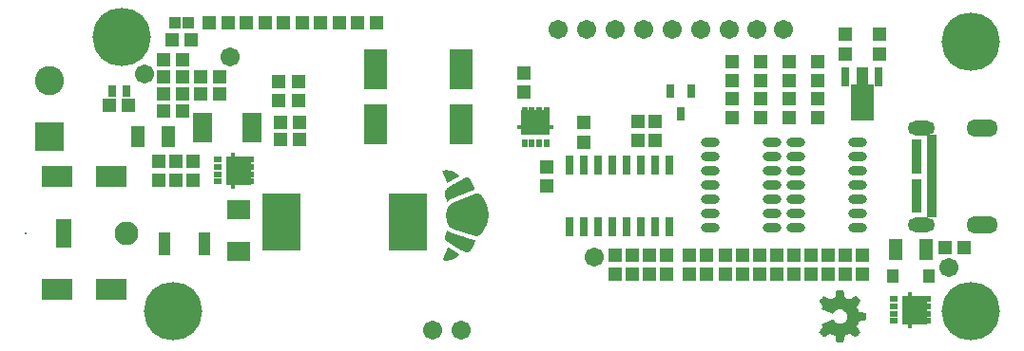
<source format=gts>
G04*
G04 #@! TF.GenerationSoftware,Altium Limited,Altium Designer,20.1.14 (287)*
G04*
G04 Layer_Color=8388736*
%FSLAX25Y25*%
%MOIN*%
G70*
G04*
G04 #@! TF.SameCoordinates,5CC0788B-ACE4-4DC4-998A-98AA571F8A3E*
G04*
G04*
G04 #@! TF.FilePolarity,Negative*
G04*
G01*
G75*
%ADD45R,0.13595X0.20485*%
%ADD46R,0.04737X0.05131*%
%ADD47R,0.03162X0.03950*%
%ADD48R,0.03162X0.02178*%
%ADD49R,0.01981X0.02178*%
%ADD50R,0.08595X0.10446*%
%ADD51R,0.01693X0.12638*%
%ADD52R,0.04147X0.04934*%
%ADD53R,0.05131X0.07493*%
%ADD54R,0.05131X0.04737*%
%ADD55R,0.03950X0.04343*%
%ADD56R,0.02965X0.06607*%
%ADD57R,0.03950X0.06607*%
%ADD58R,0.08083X0.13103*%
%ADD59R,0.04343X0.07887*%
%ADD60R,0.08083X0.14186*%
%ADD61R,0.03162X0.06706*%
%ADD62O,0.06509X0.03162*%
%ADD63R,0.07887X0.07099*%
%ADD64R,0.07887X0.07099*%
%ADD65R,0.06509X0.02572*%
%ADD66R,0.12638X0.01693*%
%ADD67R,0.10446X0.08595*%
%ADD68R,0.02178X0.01981*%
%ADD69R,0.02178X0.03162*%
%ADD70R,0.03556X0.01981*%
%ADD71R,0.03556X0.04737*%
%ADD72R,0.02769X0.04540*%
%ADD73C,0.06706*%
%ADD74C,0.20485*%
%ADD75C,0.10249*%
%ADD76R,0.10249X0.10249*%
%ADD77C,0.08280*%
%ADD78R,0.10642X0.07493*%
%ADD79C,0.00800*%
%ADD80R,0.05524X0.10249*%
%ADD81O,0.09461X0.05131*%
%ADD82O,0.11036X0.05918*%
G36*
X159189Y61108D02*
X159804D01*
Y61040D01*
X160077D01*
Y60972D01*
X160418D01*
Y60904D01*
X160623D01*
Y60835D01*
X160828D01*
Y60767D01*
X161032D01*
Y60699D01*
X161169D01*
Y60631D01*
X161305D01*
Y60562D01*
X161442D01*
Y60494D01*
X161578D01*
Y60426D01*
X161715D01*
Y60357D01*
X161851D01*
Y60289D01*
X161988D01*
Y60221D01*
X162056D01*
Y60153D01*
X162193D01*
Y60084D01*
X162261D01*
Y60016D01*
X162329D01*
Y59948D01*
X162466D01*
Y59880D01*
X162534D01*
Y59812D01*
X162602D01*
Y59743D01*
X162671D01*
Y59675D01*
X162739D01*
Y59607D01*
X162875D01*
Y59539D01*
X162943D01*
Y59470D01*
X163012D01*
Y59402D01*
X163080D01*
Y59265D01*
X163216D01*
Y59129D01*
X163285D01*
Y59061D01*
X163353D01*
Y58992D01*
X163216D01*
Y58924D01*
X163080D01*
Y58856D01*
X163012D01*
Y58788D01*
X162875D01*
Y58719D01*
X162739D01*
Y58651D01*
X162602D01*
Y58583D01*
X162466D01*
Y58515D01*
X162329D01*
Y58446D01*
X162261D01*
Y58378D01*
X162124D01*
Y58310D01*
X161988D01*
Y58242D01*
X161851D01*
Y58173D01*
X161715D01*
Y58105D01*
X161647D01*
Y58037D01*
X161510D01*
Y57969D01*
X161374D01*
Y57900D01*
X161237D01*
Y57832D01*
X161101D01*
Y57764D01*
X160964D01*
Y57696D01*
X160896D01*
Y57627D01*
X160759D01*
Y57559D01*
X160623D01*
Y57491D01*
X160486D01*
Y57423D01*
X160350D01*
Y57354D01*
X160213D01*
Y57286D01*
X160145D01*
Y57218D01*
X160009D01*
Y57149D01*
X159872D01*
Y57081D01*
X159736D01*
Y57013D01*
X159599D01*
Y56945D01*
X159531D01*
Y56876D01*
X159394D01*
Y56808D01*
X159258D01*
Y56740D01*
X159121D01*
Y56672D01*
X159053D01*
Y56808D01*
X158985D01*
Y56945D01*
X158916D01*
Y57149D01*
X158848D01*
Y57286D01*
X158780D01*
Y57423D01*
X158712D01*
Y57627D01*
X158643D01*
Y57764D01*
X158575D01*
Y57969D01*
X158507D01*
Y58105D01*
X158439D01*
Y58242D01*
X158370D01*
Y58446D01*
X158302D01*
Y58583D01*
X158234D01*
Y58719D01*
X158166D01*
Y58924D01*
X158097D01*
Y59061D01*
X158029D01*
Y59197D01*
X157961D01*
Y59402D01*
X157893D01*
Y59539D01*
X157824D01*
Y59743D01*
X157756D01*
Y59880D01*
X157688D01*
Y60084D01*
X157620D01*
Y60289D01*
X157551D01*
Y60494D01*
X157483D01*
Y60767D01*
X157415D01*
Y60972D01*
X157551D01*
Y61040D01*
X157756D01*
Y61108D01*
X158234D01*
Y61177D01*
X159189D01*
Y61108D01*
D02*
G37*
G36*
X166288Y58583D02*
X166425D01*
Y58515D01*
X166561D01*
Y58446D01*
X166629D01*
Y58378D01*
X166698D01*
Y58310D01*
X166766D01*
Y58242D01*
X166834D01*
Y58173D01*
X166902D01*
Y58105D01*
X166971D01*
Y57969D01*
X167039D01*
Y57900D01*
X167107D01*
Y57764D01*
X167175D01*
Y57696D01*
X167244D01*
Y57559D01*
X167312D01*
Y57423D01*
X167380D01*
Y57354D01*
X167448D01*
Y57218D01*
X167517D01*
Y57081D01*
X167585D01*
Y56945D01*
X167653D01*
Y56808D01*
X167721D01*
Y56740D01*
X167790D01*
Y56535D01*
X167858D01*
Y56399D01*
X167926D01*
Y56262D01*
X167994D01*
Y56126D01*
X168063D01*
Y55989D01*
X168131D01*
Y55784D01*
X168199D01*
Y55716D01*
X168268D01*
Y55511D01*
X168336D01*
Y55375D01*
X168404D01*
Y55170D01*
X168472D01*
Y55034D01*
X168541D01*
Y54897D01*
X168609D01*
Y54692D01*
X168677D01*
Y54556D01*
X168745D01*
Y54351D01*
X168609D01*
Y54283D01*
X168404D01*
Y54215D01*
X168199D01*
Y54146D01*
X167994D01*
Y54078D01*
X167790D01*
Y54010D01*
X167653D01*
Y53941D01*
X167448D01*
Y53873D01*
X167312D01*
Y53805D01*
X167107D01*
Y53737D01*
X166971D01*
Y53668D01*
X166766D01*
Y53600D01*
X166629D01*
Y53532D01*
X166425D01*
Y53464D01*
X166288D01*
Y53395D01*
X166083D01*
Y53327D01*
X165947D01*
Y53259D01*
X165742D01*
Y53191D01*
X165605D01*
Y53122D01*
X165469D01*
Y53054D01*
X165264D01*
Y52986D01*
X165059D01*
Y52918D01*
X164923D01*
Y52849D01*
X164786D01*
Y52781D01*
X164582D01*
Y52713D01*
X164445D01*
Y52645D01*
X164240D01*
Y52576D01*
X164104D01*
Y52508D01*
X163899D01*
Y52440D01*
X163763D01*
Y52372D01*
X163558D01*
Y52303D01*
X163421D01*
Y52235D01*
X163216D01*
Y52167D01*
X163080D01*
Y52099D01*
X162875D01*
Y52030D01*
X162739D01*
Y51962D01*
X162534D01*
Y51894D01*
X162398D01*
Y51825D01*
X162193D01*
Y51757D01*
X162056D01*
Y51689D01*
X161851D01*
Y51621D01*
X161715D01*
Y51552D01*
X161510D01*
Y51484D01*
X161374D01*
Y51416D01*
X161237D01*
Y51348D01*
X161032D01*
Y51279D01*
X160896D01*
Y51211D01*
X160759D01*
Y51143D01*
X160623D01*
Y51075D01*
X160486D01*
Y51006D01*
X160350D01*
Y50938D01*
X160213D01*
Y50870D01*
X160077D01*
Y50802D01*
X159940D01*
Y50733D01*
X159872D01*
Y50665D01*
X159736D01*
Y50597D01*
X159667D01*
Y50529D01*
X159531D01*
Y50460D01*
X159462D01*
Y50392D01*
X159394D01*
Y50324D01*
X159326D01*
Y50256D01*
X159189D01*
Y50187D01*
X159121D01*
Y50119D01*
X159053D01*
Y50187D01*
X158985D01*
Y50324D01*
X158916D01*
Y50529D01*
X158848D01*
Y50665D01*
X158780D01*
Y50870D01*
X158712D01*
Y51006D01*
X158643D01*
Y51211D01*
X158575D01*
Y51416D01*
X158507D01*
Y51552D01*
X158439D01*
Y51825D01*
X158370D01*
Y52030D01*
X158302D01*
Y52303D01*
X158234D01*
Y52645D01*
X158166D01*
Y53600D01*
X158234D01*
Y53805D01*
X158302D01*
Y53941D01*
X158370D01*
Y54078D01*
X158439D01*
Y54146D01*
X158507D01*
Y54283D01*
X158575D01*
Y54351D01*
X158643D01*
Y54419D01*
X158712D01*
Y54488D01*
X158780D01*
Y54556D01*
X158848D01*
Y54624D01*
X158916D01*
Y54692D01*
X158985D01*
Y54760D01*
X159053D01*
Y54829D01*
X159121D01*
Y54897D01*
X159189D01*
Y54965D01*
X159258D01*
Y55034D01*
X159394D01*
Y55102D01*
X159462D01*
Y55170D01*
X159531D01*
Y55238D01*
X159599D01*
Y55307D01*
X159736D01*
Y55375D01*
X159804D01*
Y55443D01*
X159872D01*
Y55511D01*
X160009D01*
Y55580D01*
X160145D01*
Y55648D01*
X160282D01*
Y55716D01*
X160418D01*
Y55784D01*
X160486D01*
Y55853D01*
X160623D01*
Y55921D01*
X160759D01*
Y55989D01*
X160896D01*
Y56057D01*
X161032D01*
Y56126D01*
X161101D01*
Y56194D01*
X161237D01*
Y56262D01*
X161374D01*
Y56330D01*
X161510D01*
Y56399D01*
X161647D01*
Y56467D01*
X161783D01*
Y56535D01*
X161920D01*
Y56603D01*
X161988D01*
Y56672D01*
X162124D01*
Y56740D01*
X162261D01*
Y56808D01*
X162398D01*
Y56876D01*
X162534D01*
Y56945D01*
X162602D01*
Y57013D01*
X162739D01*
Y57081D01*
X162875D01*
Y57149D01*
X163012D01*
Y57218D01*
X163148D01*
Y57286D01*
X163216D01*
Y57354D01*
X163353D01*
Y57423D01*
X163490D01*
Y57491D01*
X163626D01*
Y57559D01*
X163763D01*
Y57627D01*
X163899D01*
Y57696D01*
X164036D01*
Y57764D01*
X164104D01*
Y57832D01*
X164240D01*
Y57900D01*
X164377D01*
Y57969D01*
X164513D01*
Y58037D01*
X164650D01*
Y58105D01*
X164718D01*
Y58173D01*
X164855D01*
Y58242D01*
X164991D01*
Y58310D01*
X165128D01*
Y58378D01*
X165264D01*
Y58446D01*
X165401D01*
Y58515D01*
X165605D01*
Y58583D01*
X165742D01*
Y58651D01*
X166288D01*
Y58583D01*
D02*
G37*
G36*
X169974Y52918D02*
X170179D01*
Y52849D01*
X170315D01*
Y52781D01*
X170452D01*
Y52713D01*
X170520D01*
Y52645D01*
X170656D01*
Y52576D01*
X170725D01*
Y52508D01*
X170793D01*
Y52440D01*
X170861D01*
Y52372D01*
X170930D01*
Y52303D01*
X170998D01*
Y52235D01*
X171066D01*
Y52167D01*
X171134D01*
Y52099D01*
X171203D01*
Y52030D01*
X171271D01*
Y51962D01*
X171339D01*
Y51825D01*
X171407D01*
Y51757D01*
X171476D01*
Y51689D01*
X171544D01*
Y51552D01*
X171612D01*
Y51484D01*
X171680D01*
Y51348D01*
X171749D01*
Y51279D01*
X171817D01*
Y51143D01*
X171885D01*
Y51006D01*
X171953D01*
Y50938D01*
X172022D01*
Y50802D01*
X172090D01*
Y50665D01*
X172158D01*
Y50529D01*
X172226D01*
Y50392D01*
X172295D01*
Y50256D01*
X172363D01*
Y50119D01*
X172431D01*
Y49983D01*
X172499D01*
Y49846D01*
X172568D01*
Y49710D01*
X172636D01*
Y49505D01*
X172704D01*
Y49300D01*
X172772D01*
Y49163D01*
X172841D01*
Y48959D01*
X172909D01*
Y48754D01*
X172977D01*
Y48549D01*
X173045D01*
Y48276D01*
X173114D01*
Y48071D01*
X173182D01*
Y47730D01*
X173250D01*
Y47525D01*
X173319D01*
Y47116D01*
X173387D01*
Y46775D01*
X173455D01*
Y45956D01*
X173523D01*
Y45000D01*
X173455D01*
Y44181D01*
X173387D01*
Y43908D01*
X173319D01*
Y43498D01*
X173250D01*
Y43293D01*
X173182D01*
Y42952D01*
X173114D01*
Y42747D01*
X173045D01*
Y42543D01*
X172977D01*
Y42338D01*
X172909D01*
Y42133D01*
X172841D01*
Y41928D01*
X172772D01*
Y41792D01*
X172704D01*
Y41655D01*
X172636D01*
Y41451D01*
X172568D01*
Y41314D01*
X172499D01*
Y41177D01*
X172431D01*
Y41041D01*
X172363D01*
Y40905D01*
X172295D01*
Y40768D01*
X172226D01*
Y40631D01*
X172158D01*
Y40495D01*
X172090D01*
Y40427D01*
X172022D01*
Y40290D01*
X171953D01*
Y40154D01*
X171885D01*
Y40085D01*
X171817D01*
Y39949D01*
X171749D01*
Y39881D01*
X171680D01*
Y39744D01*
X171612D01*
Y39676D01*
X171544D01*
Y39539D01*
X171476D01*
Y39471D01*
X171407D01*
Y39403D01*
X171339D01*
Y39266D01*
X171271D01*
Y39198D01*
X171203D01*
Y39130D01*
X171134D01*
Y39062D01*
X171066D01*
Y38993D01*
X170998D01*
Y38857D01*
X170930D01*
Y38789D01*
X170861D01*
Y38720D01*
X170793D01*
Y38652D01*
X170725D01*
Y38584D01*
X170656D01*
Y38515D01*
X170520D01*
Y38447D01*
X170452D01*
Y38379D01*
X170383D01*
Y38311D01*
X170247D01*
Y38243D01*
X170179D01*
Y38174D01*
X170042D01*
Y38106D01*
X169906D01*
Y38038D01*
X169633D01*
Y37969D01*
X169018D01*
Y38038D01*
X168745D01*
Y38106D01*
X168472D01*
Y38174D01*
X168336D01*
Y38243D01*
X168131D01*
Y38311D01*
X167926D01*
Y38379D01*
X167721D01*
Y38447D01*
X167448D01*
Y38515D01*
X167244D01*
Y38584D01*
X167039D01*
Y38652D01*
X166834D01*
Y38720D01*
X166629D01*
Y38789D01*
X166425D01*
Y38857D01*
X166151D01*
Y38925D01*
X165947D01*
Y38993D01*
X165742D01*
Y39062D01*
X165537D01*
Y39130D01*
X165332D01*
Y39198D01*
X165128D01*
Y39266D01*
X164855D01*
Y39335D01*
X164650D01*
Y39403D01*
X164445D01*
Y39471D01*
X164240D01*
Y39539D01*
X164036D01*
Y39608D01*
X163831D01*
Y39676D01*
X163558D01*
Y39744D01*
X163353D01*
Y39812D01*
X163148D01*
Y39881D01*
X162875D01*
Y39949D01*
X162671D01*
Y40017D01*
X162466D01*
Y40085D01*
X162261D01*
Y40154D01*
X162056D01*
Y40222D01*
X161851D01*
Y40290D01*
X161578D01*
Y40358D01*
X161374D01*
Y40427D01*
X161237D01*
Y40495D01*
X161032D01*
Y40563D01*
X160896D01*
Y40631D01*
X160759D01*
Y40700D01*
X160623D01*
Y40768D01*
X160486D01*
Y40836D01*
X160350D01*
Y40905D01*
X160282D01*
Y40973D01*
X160213D01*
Y41041D01*
X160077D01*
Y41109D01*
X160009D01*
Y41177D01*
X159940D01*
Y41246D01*
X159872D01*
Y41314D01*
X159804D01*
Y41451D01*
X159736D01*
Y41519D01*
X159667D01*
Y41587D01*
X159599D01*
Y41724D01*
X159531D01*
Y41860D01*
X159462D01*
Y41997D01*
X159394D01*
Y42133D01*
X159326D01*
Y42270D01*
X159258D01*
Y42406D01*
X159189D01*
Y42611D01*
X159121D01*
Y42816D01*
X159053D01*
Y43020D01*
X158985D01*
Y43225D01*
X158916D01*
Y43567D01*
X158848D01*
Y43771D01*
X158780D01*
Y44249D01*
X158712D01*
Y45205D01*
X158643D01*
Y45409D01*
X158712D01*
Y46297D01*
X158780D01*
Y46706D01*
X158848D01*
Y46979D01*
X158916D01*
Y47252D01*
X158985D01*
Y47389D01*
X159053D01*
Y47594D01*
X159121D01*
Y47798D01*
X159189D01*
Y47935D01*
X159258D01*
Y48071D01*
X159326D01*
Y48208D01*
X159394D01*
Y48276D01*
X159462D01*
Y48413D01*
X159531D01*
Y48549D01*
X159599D01*
Y48618D01*
X159667D01*
Y48686D01*
X159736D01*
Y48754D01*
X159804D01*
Y48822D01*
X159872D01*
Y48891D01*
X159940D01*
Y48959D01*
X160009D01*
Y49027D01*
X160077D01*
Y49095D01*
X160145D01*
Y49163D01*
X160213D01*
Y49232D01*
X160282D01*
Y49300D01*
X160418D01*
Y49368D01*
X160486D01*
Y49437D01*
X160623D01*
Y49505D01*
X160759D01*
Y49573D01*
X160828D01*
Y49641D01*
X160964D01*
Y49710D01*
X161101D01*
Y49778D01*
X161237D01*
Y49846D01*
X161374D01*
Y49914D01*
X161578D01*
Y49983D01*
X161715D01*
Y50051D01*
X161851D01*
Y50119D01*
X161988D01*
Y50187D01*
X162193D01*
Y50256D01*
X162329D01*
Y50324D01*
X162534D01*
Y50392D01*
X162739D01*
Y50460D01*
X162875D01*
Y50529D01*
X163012D01*
Y50597D01*
X163216D01*
Y50665D01*
X163353D01*
Y50733D01*
X163558D01*
Y50802D01*
X163694D01*
Y50870D01*
X163899D01*
Y50938D01*
X164036D01*
Y51006D01*
X164240D01*
Y51075D01*
X164377D01*
Y51143D01*
X164582D01*
Y51211D01*
X164786D01*
Y51279D01*
X164923D01*
Y51348D01*
X165059D01*
Y51416D01*
X165264D01*
Y51484D01*
X165401D01*
Y51552D01*
X165605D01*
Y51621D01*
X165742D01*
Y51689D01*
X165947D01*
Y51757D01*
X166083D01*
Y51825D01*
X166288D01*
Y51894D01*
X166425D01*
Y51962D01*
X166629D01*
Y52030D01*
X166766D01*
Y52099D01*
X166902D01*
Y52167D01*
X167107D01*
Y52235D01*
X167244D01*
Y52303D01*
X167448D01*
Y52372D01*
X167653D01*
Y52440D01*
X167790D01*
Y52508D01*
X167994D01*
Y52576D01*
X168131D01*
Y52645D01*
X168336D01*
Y52713D01*
X168472D01*
Y52781D01*
X168677D01*
Y52849D01*
X168950D01*
Y52918D01*
X169155D01*
Y52986D01*
X169974D01*
Y52918D01*
D02*
G37*
G36*
X159121Y40017D02*
X159189D01*
Y39949D01*
X159258D01*
Y39881D01*
X159326D01*
Y39812D01*
X159462D01*
Y39744D01*
X159531D01*
Y39676D01*
X159599D01*
Y39608D01*
X159736D01*
Y39539D01*
X159872D01*
Y39471D01*
X160009D01*
Y39403D01*
X160145D01*
Y39335D01*
X160282D01*
Y39266D01*
X160418D01*
Y39198D01*
X160555D01*
Y39130D01*
X160759D01*
Y39062D01*
X160964D01*
Y38993D01*
X161169D01*
Y38925D01*
X161374D01*
Y38857D01*
X161578D01*
Y38789D01*
X161851D01*
Y38720D01*
X161988D01*
Y38652D01*
X162261D01*
Y38584D01*
X162466D01*
Y38515D01*
X162671D01*
Y38447D01*
X162943D01*
Y38379D01*
X163080D01*
Y38311D01*
X163353D01*
Y38243D01*
X163490D01*
Y38174D01*
X163763D01*
Y38106D01*
X163967D01*
Y38038D01*
X164172D01*
Y37969D01*
X164445D01*
Y37901D01*
X164582D01*
Y37833D01*
X164855D01*
Y37765D01*
X165059D01*
Y37696D01*
X165264D01*
Y37628D01*
X165537D01*
Y37560D01*
X165674D01*
Y37492D01*
X165947D01*
Y37423D01*
X166151D01*
Y37355D01*
X166356D01*
Y37287D01*
X166561D01*
Y37219D01*
X166766D01*
Y37150D01*
X167039D01*
Y37082D01*
X167244D01*
Y37014D01*
X167448D01*
Y36946D01*
X167653D01*
Y36877D01*
X167858D01*
Y36809D01*
X168063D01*
Y36741D01*
X168268D01*
Y36673D01*
X168541D01*
Y36604D01*
X168814D01*
Y36536D01*
X169018D01*
Y36468D01*
X168950D01*
Y36263D01*
X168882D01*
Y36058D01*
X168814D01*
Y35922D01*
X168745D01*
Y35717D01*
X168677D01*
Y35581D01*
X168609D01*
Y35376D01*
X168541D01*
Y35239D01*
X168472D01*
Y35034D01*
X168404D01*
Y34898D01*
X168336D01*
Y34761D01*
X168268D01*
Y34625D01*
X168199D01*
Y34488D01*
X168131D01*
Y34284D01*
X168063D01*
Y34215D01*
X167994D01*
Y34079D01*
X167926D01*
Y33942D01*
X167858D01*
Y33806D01*
X167790D01*
Y33669D01*
X167721D01*
Y33601D01*
X167653D01*
Y33465D01*
X167585D01*
Y33328D01*
X167517D01*
Y33260D01*
X167448D01*
Y33192D01*
X167380D01*
Y33055D01*
X167312D01*
Y32987D01*
X167244D01*
Y32919D01*
X167175D01*
Y32850D01*
X167107D01*
Y32782D01*
X167039D01*
Y32714D01*
X166971D01*
Y32645D01*
X166902D01*
Y32577D01*
X166766D01*
Y32509D01*
X166629D01*
Y32441D01*
X166493D01*
Y32372D01*
X165537D01*
Y32441D01*
X165264D01*
Y32509D01*
X165128D01*
Y32577D01*
X164923D01*
Y32645D01*
X164718D01*
Y32714D01*
X164582D01*
Y32782D01*
X164445D01*
Y32850D01*
X164240D01*
Y32919D01*
X164104D01*
Y32987D01*
X163967D01*
Y33055D01*
X163831D01*
Y33123D01*
X163694D01*
Y33192D01*
X163558D01*
Y33260D01*
X163490D01*
Y33328D01*
X163353D01*
Y33396D01*
X163285D01*
Y33465D01*
X163148D01*
Y33533D01*
X163012D01*
Y33601D01*
X162943D01*
Y33669D01*
X162807D01*
Y33738D01*
X162671D01*
Y33806D01*
X162602D01*
Y33874D01*
X162466D01*
Y33942D01*
X162329D01*
Y34011D01*
X162261D01*
Y34079D01*
X162124D01*
Y34147D01*
X162056D01*
Y34215D01*
X161920D01*
Y34284D01*
X161783D01*
Y34352D01*
X161715D01*
Y34420D01*
X161578D01*
Y34488D01*
X161442D01*
Y34557D01*
X161374D01*
Y34625D01*
X161237D01*
Y34693D01*
X161169D01*
Y34761D01*
X161032D01*
Y34830D01*
X160896D01*
Y34898D01*
X160828D01*
Y34966D01*
X160691D01*
Y35034D01*
X160623D01*
Y35103D01*
X160486D01*
Y35171D01*
X160418D01*
Y35239D01*
X160282D01*
Y35307D01*
X160213D01*
Y35376D01*
X160077D01*
Y35444D01*
X160009D01*
Y35512D01*
X159872D01*
Y35581D01*
X159804D01*
Y35649D01*
X159667D01*
Y35717D01*
X159599D01*
Y35785D01*
X159462D01*
Y35853D01*
X159394D01*
Y35922D01*
X159326D01*
Y35990D01*
X159189D01*
Y36058D01*
X159121D01*
Y36127D01*
X159053D01*
Y36195D01*
X158985D01*
Y36263D01*
X158848D01*
Y36331D01*
X158780D01*
Y36400D01*
X158712D01*
Y36468D01*
X158643D01*
Y36536D01*
X158575D01*
Y36673D01*
X158507D01*
Y36741D01*
X158439D01*
Y36809D01*
X158370D01*
Y36946D01*
X158302D01*
Y37082D01*
X158234D01*
Y37969D01*
X158302D01*
Y38243D01*
X158370D01*
Y38447D01*
X158439D01*
Y38652D01*
X158507D01*
Y38789D01*
X158575D01*
Y38993D01*
X158643D01*
Y39130D01*
X158712D01*
Y39335D01*
X158780D01*
Y39471D01*
X158848D01*
Y39608D01*
X158916D01*
Y39812D01*
X158985D01*
Y39949D01*
X159053D01*
Y40085D01*
X159121D01*
Y40017D01*
D02*
G37*
G36*
X159462Y34079D02*
X159531D01*
Y34011D01*
X159667D01*
Y33942D01*
X159736D01*
Y33874D01*
X159872D01*
Y33806D01*
X159940D01*
Y33738D01*
X160077D01*
Y33669D01*
X160145D01*
Y33601D01*
X160282D01*
Y33533D01*
X160418D01*
Y33465D01*
X160486D01*
Y33396D01*
X160623D01*
Y33328D01*
X160691D01*
Y33260D01*
X160828D01*
Y33192D01*
X160964D01*
Y33123D01*
X161032D01*
Y33055D01*
X161169D01*
Y32987D01*
X161237D01*
Y32919D01*
X161374D01*
Y32850D01*
X161510D01*
Y32782D01*
X161578D01*
Y32714D01*
X161715D01*
Y32645D01*
X161851D01*
Y32577D01*
X161920D01*
Y32509D01*
X162056D01*
Y32441D01*
X162193D01*
Y32372D01*
X162261D01*
Y32304D01*
X162398D01*
Y32236D01*
X162534D01*
Y32168D01*
X162602D01*
Y32100D01*
X162739D01*
Y32031D01*
X162807D01*
Y31963D01*
X162943D01*
Y31895D01*
X163080D01*
Y31826D01*
X163216D01*
Y31758D01*
X163353D01*
Y31690D01*
X163490D01*
Y31622D01*
X163421D01*
Y31553D01*
X163353D01*
Y31417D01*
X163285D01*
Y31349D01*
X163216D01*
Y31280D01*
X163148D01*
Y31212D01*
X163080D01*
Y31144D01*
X163012D01*
Y31076D01*
X162943D01*
Y31007D01*
X162875D01*
Y30939D01*
X162807D01*
Y30871D01*
X162671D01*
Y30803D01*
X162602D01*
Y30734D01*
X162534D01*
Y30666D01*
X162466D01*
Y30598D01*
X162329D01*
Y30530D01*
X162261D01*
Y30461D01*
X162124D01*
Y30393D01*
X162056D01*
Y30325D01*
X161920D01*
Y30257D01*
X161783D01*
Y30188D01*
X161715D01*
Y30120D01*
X161578D01*
Y30052D01*
X161442D01*
Y29983D01*
X161305D01*
Y29915D01*
X161101D01*
Y29847D01*
X160964D01*
Y29779D01*
X160759D01*
Y29711D01*
X160555D01*
Y29642D01*
X160282D01*
Y29574D01*
X160009D01*
Y29506D01*
X159667D01*
Y29438D01*
X159053D01*
Y29369D01*
X158370D01*
Y29438D01*
X157824D01*
Y29506D01*
X157620D01*
Y29983D01*
X157688D01*
Y30188D01*
X157756D01*
Y30393D01*
X157824D01*
Y30598D01*
X157893D01*
Y30734D01*
X157961D01*
Y30939D01*
X158029D01*
Y31076D01*
X158097D01*
Y31280D01*
X158166D01*
Y31417D01*
X158234D01*
Y31622D01*
X158302D01*
Y31758D01*
X158370D01*
Y31895D01*
X158439D01*
Y32100D01*
X158507D01*
Y32236D01*
X158575D01*
Y32372D01*
X158643D01*
Y32577D01*
X158712D01*
Y32714D01*
X158780D01*
Y32919D01*
X158848D01*
Y33055D01*
X158916D01*
Y33260D01*
X158985D01*
Y33396D01*
X159053D01*
Y33533D01*
X159121D01*
Y33738D01*
X159189D01*
Y33874D01*
X159258D01*
Y34079D01*
X159326D01*
Y34147D01*
X159462D01*
Y34079D01*
D02*
G37*
G36*
X297964Y18570D02*
X298100D01*
Y18434D01*
X297964D01*
Y18298D01*
X298100D01*
Y18162D01*
X298236D01*
Y18025D01*
X298100D01*
Y17889D01*
X298236D01*
Y17209D01*
X298372D01*
Y17073D01*
X298236D01*
Y16937D01*
X298372D01*
Y16528D01*
X298508D01*
Y16392D01*
X298644D01*
Y16256D01*
X298780D01*
Y16123D01*
X298785Y16120D01*
X298917D01*
Y16256D01*
X299053D01*
Y16120D01*
X299189D01*
Y15984D01*
X299325D01*
Y15848D01*
X299461D01*
Y15984D01*
X299597D01*
Y15848D01*
X299869D01*
Y15711D01*
X300142D01*
Y15575D01*
X300278D01*
Y15711D01*
X300414D01*
Y15848D01*
X300550D01*
Y15984D01*
X300822D01*
Y16120D01*
X301094D01*
Y16256D01*
X301231D01*
Y16392D01*
X301367D01*
Y16528D01*
X301639D01*
Y16664D01*
X301911D01*
Y16801D01*
X302047D01*
Y16937D01*
X302183D01*
Y17073D01*
X302319D01*
Y16937D01*
X302455D01*
Y16801D01*
X302592D01*
Y16664D01*
X302728D01*
Y16528D01*
X302864D01*
Y16392D01*
X303000D01*
Y16256D01*
X303136D01*
Y16120D01*
X303272D01*
Y15984D01*
X303408D01*
Y15848D01*
X303544D01*
Y15711D01*
X303681D01*
Y15575D01*
X303817D01*
Y15439D01*
X303953D01*
Y15303D01*
X304089D01*
Y15167D01*
X303953D01*
Y15031D01*
X303817D01*
Y14895D01*
X303681D01*
Y14487D01*
X303544D01*
Y14350D01*
X303408D01*
Y14214D01*
X303272D01*
Y14078D01*
X303136D01*
Y13670D01*
X303000D01*
Y13534D01*
X302864D01*
Y13397D01*
X302728D01*
Y13261D01*
X302592D01*
Y13125D01*
X302728D01*
Y12717D01*
X302864D01*
Y12309D01*
X303000D01*
Y12173D01*
X303136D01*
Y11764D01*
X303272D01*
Y11628D01*
X303136D01*
Y11492D01*
X303544D01*
Y11356D01*
X303953D01*
Y11220D01*
X304089D01*
Y11356D01*
X304225D01*
Y11220D01*
X304361D01*
Y11356D01*
X304497D01*
Y11220D01*
X304906D01*
Y11084D01*
X305314D01*
Y10947D01*
X305450D01*
Y11084D01*
X305586D01*
Y10947D01*
X305722D01*
Y11084D01*
X305858D01*
Y8497D01*
X305722D01*
Y8361D01*
X305314D01*
Y8225D01*
X305178D01*
Y8361D01*
X305042D01*
Y8225D01*
X304906D01*
Y8361D01*
X304769D01*
Y8225D01*
X304089D01*
Y8089D01*
X303681D01*
Y7953D01*
X303544D01*
Y8089D01*
X303408D01*
Y7953D01*
X303272D01*
Y7817D01*
X303136D01*
Y7408D01*
X303000D01*
Y7272D01*
X303136D01*
Y7136D01*
X303000D01*
Y7000D01*
X302864D01*
Y6592D01*
X302728D01*
Y6455D01*
X302592D01*
Y6319D01*
X302728D01*
Y6183D01*
X302592D01*
Y6047D01*
X302728D01*
Y5911D01*
X302864D01*
Y5775D01*
X303000D01*
Y5639D01*
X303136D01*
Y5367D01*
X303408D01*
Y4958D01*
X303544D01*
Y4822D01*
X303681D01*
Y4686D01*
X303817D01*
Y4550D01*
X303953D01*
Y4005D01*
X303681D01*
Y3597D01*
X303408D01*
Y3461D01*
X303136D01*
Y3053D01*
X302864D01*
Y2916D01*
X302592D01*
Y2508D01*
X301911D01*
Y2644D01*
X301775D01*
Y2780D01*
X301639D01*
Y2916D01*
X301503D01*
Y3053D01*
X301367D01*
Y3189D01*
X301231D01*
Y3053D01*
X301094D01*
Y3325D01*
X300822D01*
Y3461D01*
X300686D01*
Y3597D01*
X300550D01*
Y3733D01*
X299869D01*
Y3597D01*
X299461D01*
Y3461D01*
X299325D01*
Y3325D01*
X298917D01*
Y3189D01*
X298508D01*
Y3053D01*
X298372D01*
Y2916D01*
X298508D01*
Y2780D01*
X298372D01*
Y2372D01*
X298236D01*
Y1419D01*
X298100D01*
Y1011D01*
X297964D01*
Y875D01*
X298100D01*
Y739D01*
X297964D01*
Y603D01*
X297828D01*
Y739D01*
X297691D01*
Y603D01*
X297283D01*
Y739D01*
X297147D01*
Y603D01*
X296739D01*
Y739D01*
X296603D01*
Y603D01*
X296194D01*
Y739D01*
X296058D01*
Y603D01*
X295650D01*
Y739D01*
X295514D01*
Y875D01*
X295377D01*
Y1555D01*
X295241D01*
Y1691D01*
X295377D01*
Y1828D01*
X295241D01*
Y1964D01*
X295105D01*
Y2100D01*
X295241D01*
Y2236D01*
X295105D01*
Y2916D01*
X294969D01*
Y3053D01*
X294833D01*
Y3189D01*
X294697D01*
Y3053D01*
X294561D01*
Y3189D01*
X294425D01*
Y3325D01*
X294016D01*
Y3461D01*
X293608D01*
Y3597D01*
X293472D01*
Y3733D01*
X293336D01*
Y3597D01*
X293199D01*
Y3733D01*
X293063D01*
Y3597D01*
X292791D01*
Y3325D01*
X292655D01*
Y3461D01*
X292533D01*
X292519Y3450D01*
Y3325D01*
X292383D01*
Y3189D01*
X292247D01*
Y3053D01*
X292111D01*
Y2916D01*
X291825D01*
X291702Y2822D01*
Y2644D01*
X291471D01*
X291430Y2613D01*
Y2508D01*
X291294D01*
Y2372D01*
X291158D01*
Y2508D01*
X291022D01*
Y2644D01*
X290885D01*
Y2780D01*
X290749D01*
Y2916D01*
X290613D01*
Y3053D01*
X290477D01*
Y3189D01*
X290341D01*
Y3325D01*
X290205D01*
Y3461D01*
X290069D01*
Y3597D01*
X289933D01*
Y3733D01*
X289797D01*
Y3869D01*
X289661D01*
Y4005D01*
X289524D01*
Y4141D01*
X289388D01*
Y4278D01*
X289524D01*
Y4414D01*
X289661D01*
Y4550D01*
X289797D01*
Y4686D01*
X289933D01*
Y5094D01*
X290069D01*
Y5231D01*
X290205D01*
Y5367D01*
X290341D01*
Y5503D01*
X290433D01*
X290477Y5588D01*
Y5911D01*
X290613D01*
Y6047D01*
X290714D01*
X290749Y6115D01*
Y6183D01*
X290613D01*
Y6455D01*
X290477D01*
Y6728D01*
X290341D01*
Y6864D01*
X290205D01*
Y7000D01*
X290341D01*
Y7136D01*
X290477D01*
Y7272D01*
X290613D01*
Y7136D01*
X290749D01*
Y7272D01*
X290885D01*
Y7408D01*
X291294D01*
Y7544D01*
X291430D01*
Y7681D01*
X291838D01*
Y7817D01*
X292247D01*
Y7953D01*
X292383D01*
Y8089D01*
X292519D01*
Y7953D01*
X292655D01*
Y8089D01*
X292927D01*
Y8225D01*
X293199D01*
Y8361D01*
X293608D01*
Y8497D01*
X293744D01*
Y8633D01*
X293880D01*
Y8497D01*
X294016D01*
Y8633D01*
X294152D01*
Y8770D01*
X294288D01*
Y8633D01*
X294425D01*
Y8497D01*
X294561D01*
Y8361D01*
X294697D01*
Y8225D01*
X294833D01*
Y8089D01*
X294969D01*
Y7688D01*
X294979Y7681D01*
X295105D01*
Y7817D01*
X295241D01*
Y7681D01*
X295377D01*
Y7544D01*
X295514D01*
Y7408D01*
X295922D01*
Y7272D01*
X296058D01*
Y7136D01*
X296194D01*
Y7272D01*
X296330D01*
Y7136D01*
X296466D01*
Y7272D01*
X296603D01*
Y7136D01*
X296739D01*
Y7272D01*
X296875D01*
Y7136D01*
X297011D01*
Y7272D01*
X297147D01*
Y7136D01*
X297283D01*
Y7272D01*
X297691D01*
Y7408D01*
X297828D01*
Y7544D01*
X298100D01*
Y7681D01*
X298372D01*
Y7817D01*
X298508D01*
Y7953D01*
X298644D01*
Y8089D01*
X298780D01*
Y8225D01*
X298917D01*
Y8633D01*
X299053D01*
Y8770D01*
X299152D01*
X299189Y8880D01*
Y9450D01*
X299325D01*
Y9586D01*
X299189D01*
Y9722D01*
X299325D01*
Y9859D01*
X299189D01*
Y10539D01*
X299053D01*
Y10947D01*
X298917D01*
Y11084D01*
X298780D01*
Y11220D01*
X298644D01*
Y11356D01*
X298508D01*
Y11492D01*
X298372D01*
Y11628D01*
X298236D01*
Y11764D01*
X298100D01*
Y11900D01*
X297964D01*
Y12036D01*
X297828D01*
Y12173D01*
X297691D01*
Y12036D01*
X297555D01*
Y12173D01*
X297147D01*
Y12309D01*
X297011D01*
Y12173D01*
X296875D01*
Y12309D01*
X296739D01*
Y12173D01*
X296603D01*
Y12309D01*
X296466D01*
Y12173D01*
X296058D01*
Y12036D01*
X295922D01*
Y12173D01*
X295786D01*
Y12036D01*
X295514D01*
Y11900D01*
X295241D01*
Y11764D01*
X295105D01*
Y11628D01*
X294969D01*
Y11492D01*
X294833D01*
Y11356D01*
X294697D01*
Y11220D01*
X294561D01*
Y11084D01*
X294425D01*
Y10675D01*
X294288D01*
Y10811D01*
X294152D01*
Y10675D01*
X294016D01*
Y10811D01*
X293880D01*
Y10947D01*
X293472D01*
Y11084D01*
X293199D01*
Y11220D01*
X292927D01*
Y11356D01*
X292519D01*
Y11492D01*
X292383D01*
Y11628D01*
X292247D01*
Y11492D01*
X292111D01*
Y11628D01*
X291838D01*
Y11764D01*
X291566D01*
Y11900D01*
X291158D01*
Y12036D01*
X291022D01*
Y12173D01*
X290885D01*
Y12036D01*
X290749D01*
Y12173D01*
X290613D01*
Y12309D01*
X290205D01*
Y12445D01*
X290341D01*
Y12581D01*
X290477D01*
Y12989D01*
X290613D01*
Y13125D01*
X290749D01*
Y13261D01*
X290613D01*
Y13397D01*
X290749D01*
Y13534D01*
X290613D01*
Y13670D01*
X290477D01*
Y13806D01*
X290341D01*
Y13942D01*
X290205D01*
Y14350D01*
X290069D01*
Y14487D01*
X289933D01*
Y14623D01*
X289797D01*
Y14759D01*
X289661D01*
Y15167D01*
X289524D01*
Y15303D01*
X289661D01*
Y15575D01*
X289933D01*
Y15984D01*
X290069D01*
Y15848D01*
X290205D01*
Y16120D01*
X290477D01*
Y16528D01*
X290613D01*
Y16392D01*
X290749D01*
Y16664D01*
X291022D01*
Y17073D01*
X291158D01*
Y16937D01*
X291430D01*
Y16801D01*
X291702D01*
Y16664D01*
X291838D01*
Y16528D01*
X291974D01*
Y16392D01*
X292247D01*
Y16256D01*
X292519D01*
Y16120D01*
X292655D01*
Y15984D01*
X292791D01*
Y15848D01*
X292927D01*
Y15711D01*
X293336D01*
Y15848D01*
X293744D01*
Y15984D01*
X294152D01*
Y16120D01*
X294288D01*
Y16256D01*
X294697D01*
Y16392D01*
X294833D01*
Y16528D01*
X294969D01*
Y16392D01*
X295105D01*
Y17073D01*
X295241D01*
Y17209D01*
X295105D01*
Y17345D01*
X295241D01*
Y17753D01*
X295377D01*
Y17889D01*
X295241D01*
Y18025D01*
X295377D01*
Y18706D01*
X295514D01*
Y18842D01*
X297964D01*
Y18570D01*
D02*
G37*
G36*
X290069Y14214D02*
X289933D01*
Y14350D01*
X290069D01*
Y14214D01*
D02*
G37*
G36*
X295514Y603D02*
X295377D01*
Y739D01*
X295514D01*
Y603D01*
D02*
G37*
%LPC*%
G36*
X303817Y4550D02*
X303681D01*
Y4414D01*
X303817D01*
Y4550D01*
D02*
G37*
%LPD*%
D45*
X100854Y43000D02*
D03*
X145146D02*
D03*
D46*
X289063Y79748D02*
D03*
Y86441D02*
D03*
X279000Y79654D02*
D03*
Y86347D02*
D03*
X269000Y79654D02*
D03*
Y86347D02*
D03*
X259000Y79654D02*
D03*
Y86347D02*
D03*
X186000Y95346D02*
D03*
Y88653D02*
D03*
X100000Y85654D02*
D03*
Y92347D02*
D03*
X107000Y92347D02*
D03*
Y85654D02*
D03*
X289000Y99347D02*
D03*
Y92654D02*
D03*
X279000Y99347D02*
D03*
Y92654D02*
D03*
X269000Y99347D02*
D03*
Y92654D02*
D03*
X259000Y99347D02*
D03*
Y92654D02*
D03*
X70000Y57653D02*
D03*
Y64346D02*
D03*
X58000Y57653D02*
D03*
Y64346D02*
D03*
X64000Y57653D02*
D03*
Y64346D02*
D03*
X194000Y55654D02*
D03*
Y62347D02*
D03*
X218000Y31346D02*
D03*
Y24654D02*
D03*
X236000Y31346D02*
D03*
Y24654D02*
D03*
X230000Y24654D02*
D03*
Y31346D02*
D03*
X224000Y24654D02*
D03*
Y31346D02*
D03*
X207000Y77846D02*
D03*
Y71153D02*
D03*
X292500Y24654D02*
D03*
Y31346D02*
D03*
X286500D02*
D03*
Y24654D02*
D03*
X304500D02*
D03*
Y31346D02*
D03*
X268500Y24654D02*
D03*
Y31346D02*
D03*
X262500Y24654D02*
D03*
Y31346D02*
D03*
X244000Y31346D02*
D03*
Y24654D02*
D03*
X280500D02*
D03*
Y31346D02*
D03*
X298500Y31346D02*
D03*
Y24654D02*
D03*
X274500D02*
D03*
Y31346D02*
D03*
X256500Y31346D02*
D03*
Y24654D02*
D03*
X250000Y31346D02*
D03*
Y24654D02*
D03*
X226000Y78347D02*
D03*
Y71653D02*
D03*
X232000Y78347D02*
D03*
Y71653D02*
D03*
X298500Y102154D02*
D03*
Y108846D02*
D03*
X310500Y102154D02*
D03*
Y108846D02*
D03*
D47*
X41441Y89000D02*
D03*
X46559D02*
D03*
D48*
X315700Y8161D02*
D03*
Y10721D02*
D03*
Y13280D02*
D03*
Y15839D02*
D03*
X78488Y64839D02*
D03*
Y62279D02*
D03*
Y59720D02*
D03*
Y57161D02*
D03*
D49*
X327452Y10721D02*
D03*
Y8161D02*
D03*
Y13280D02*
D03*
Y15839D02*
D03*
X90240Y64839D02*
D03*
Y62279D02*
D03*
Y57161D02*
D03*
Y59720D02*
D03*
D50*
X323000Y12000D02*
D03*
X85788Y61000D02*
D03*
D51*
X321212Y12000D02*
D03*
X84000Y61000D02*
D03*
D52*
X327991Y24137D02*
D03*
X315195D02*
D03*
D53*
X316324Y33168D02*
D03*
X326954D02*
D03*
X50685Y73000D02*
D03*
X61315D02*
D03*
D54*
X333653Y34000D02*
D03*
X340347D02*
D03*
X62653Y107000D02*
D03*
X69346D02*
D03*
X72654Y88000D02*
D03*
X79347D02*
D03*
X100654Y78000D02*
D03*
X107346D02*
D03*
X100654Y72000D02*
D03*
X107346D02*
D03*
X72654Y94000D02*
D03*
X79347D02*
D03*
X66347D02*
D03*
X59654D02*
D03*
X66347Y82000D02*
D03*
X59654D02*
D03*
X66347Y88000D02*
D03*
X59654D02*
D03*
X75653Y113000D02*
D03*
X82346D02*
D03*
X95346D02*
D03*
X88653D02*
D03*
X108346D02*
D03*
X101654D02*
D03*
X114654D02*
D03*
X121346D02*
D03*
X134346D02*
D03*
X127654D02*
D03*
X47346Y84000D02*
D03*
X40654D02*
D03*
X66347Y100000D02*
D03*
X59654D02*
D03*
D55*
X68362Y113000D02*
D03*
X63638D02*
D03*
D56*
X298594Y94055D02*
D03*
X310405D02*
D03*
D57*
X304500D02*
D03*
D58*
Y85000D02*
D03*
D59*
X60039Y35433D02*
D03*
X73819D02*
D03*
D60*
X164000Y96547D02*
D03*
Y77453D02*
D03*
X134000Y96547D02*
D03*
Y77453D02*
D03*
D61*
X237000Y62827D02*
D03*
X232000D02*
D03*
X227000D02*
D03*
X222000D02*
D03*
X217000D02*
D03*
X212000D02*
D03*
X207000D02*
D03*
X202000D02*
D03*
X237000Y41173D02*
D03*
X232000D02*
D03*
X227000D02*
D03*
X222000D02*
D03*
X217000D02*
D03*
X212000D02*
D03*
X207000D02*
D03*
X202000D02*
D03*
D62*
X281335Y71095D02*
D03*
Y66094D02*
D03*
Y61094D02*
D03*
Y56094D02*
D03*
Y51095D02*
D03*
Y46095D02*
D03*
Y41094D02*
D03*
X302791Y71095D02*
D03*
Y66094D02*
D03*
Y61094D02*
D03*
Y56094D02*
D03*
Y51095D02*
D03*
Y46095D02*
D03*
Y41094D02*
D03*
X251335Y71095D02*
D03*
Y66094D02*
D03*
Y61094D02*
D03*
Y56094D02*
D03*
Y51095D02*
D03*
Y46095D02*
D03*
Y41094D02*
D03*
X272791Y71095D02*
D03*
Y66094D02*
D03*
Y61094D02*
D03*
Y56094D02*
D03*
Y51095D02*
D03*
Y46095D02*
D03*
Y41094D02*
D03*
D63*
X86000Y32520D02*
D03*
D64*
Y47480D02*
D03*
D65*
X73240Y79839D02*
D03*
Y77280D02*
D03*
Y74721D02*
D03*
Y72161D02*
D03*
X90760Y79839D02*
D03*
Y77280D02*
D03*
Y74721D02*
D03*
Y72161D02*
D03*
D66*
X190000Y76212D02*
D03*
D67*
Y78000D02*
D03*
D68*
X186161Y82452D02*
D03*
X188721D02*
D03*
X193839D02*
D03*
X191279D02*
D03*
D69*
X186161Y70700D02*
D03*
X188721D02*
D03*
X191279D02*
D03*
X193839D02*
D03*
D70*
X323740Y47244D02*
D03*
Y49213D02*
D03*
Y51181D02*
D03*
Y53150D02*
D03*
Y55118D02*
D03*
Y57087D02*
D03*
Y61024D02*
D03*
Y62992D02*
D03*
Y64961D02*
D03*
Y66929D02*
D03*
Y68898D02*
D03*
Y70866D02*
D03*
X328858Y67913D02*
D03*
Y65945D02*
D03*
Y63976D02*
D03*
Y62008D02*
D03*
Y60039D02*
D03*
Y58071D02*
D03*
Y56102D02*
D03*
Y54134D02*
D03*
Y52165D02*
D03*
Y50197D02*
D03*
D71*
Y71260D02*
D03*
Y46850D02*
D03*
D72*
X241000Y81142D02*
D03*
X237260Y88858D02*
D03*
X244740D02*
D03*
D73*
X154000Y5000D02*
D03*
X258000Y110500D02*
D03*
X83000Y101000D02*
D03*
X335000Y27000D02*
D03*
X164000Y5000D02*
D03*
X53000Y95000D02*
D03*
X210673Y30673D02*
D03*
X198000Y110500D02*
D03*
X208000D02*
D03*
X218000D02*
D03*
X277000D02*
D03*
X267500D02*
D03*
X248000D02*
D03*
X238000D02*
D03*
X228000D02*
D03*
D74*
X342520Y11811D02*
D03*
Y106299D02*
D03*
X62992Y11811D02*
D03*
X45000Y108000D02*
D03*
D75*
X19685Y92520D02*
D03*
D76*
Y72835D02*
D03*
D77*
X46654Y39114D02*
D03*
D78*
X41142Y59055D02*
D03*
X22244D02*
D03*
X41142Y19173D02*
D03*
X22244D02*
D03*
D79*
X11220Y39114D02*
D03*
D80*
X24606D02*
D03*
D81*
X325354Y42047D02*
D03*
Y76063D02*
D03*
D82*
X346457Y42047D02*
D03*
Y76063D02*
D03*
M02*

</source>
